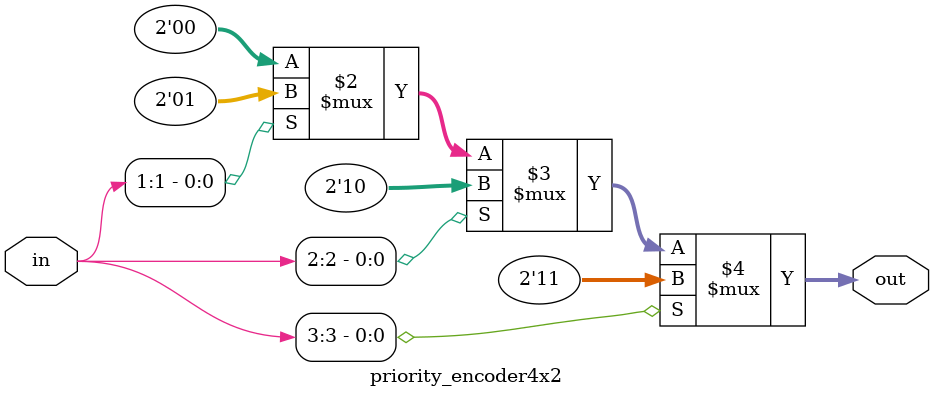
<source format=v>
module priority_encoder4x2(
    input  [3:0] in,    
    output [1:0] out);
   
    assign out = in[3] ? 2'b11 :    
                 in[2] ? 2'b10 :     
                 in[1] ? 2'b01 :   
                 in[0] ? 2'b00 :    
                          2'b00;  
endmodule


</source>
